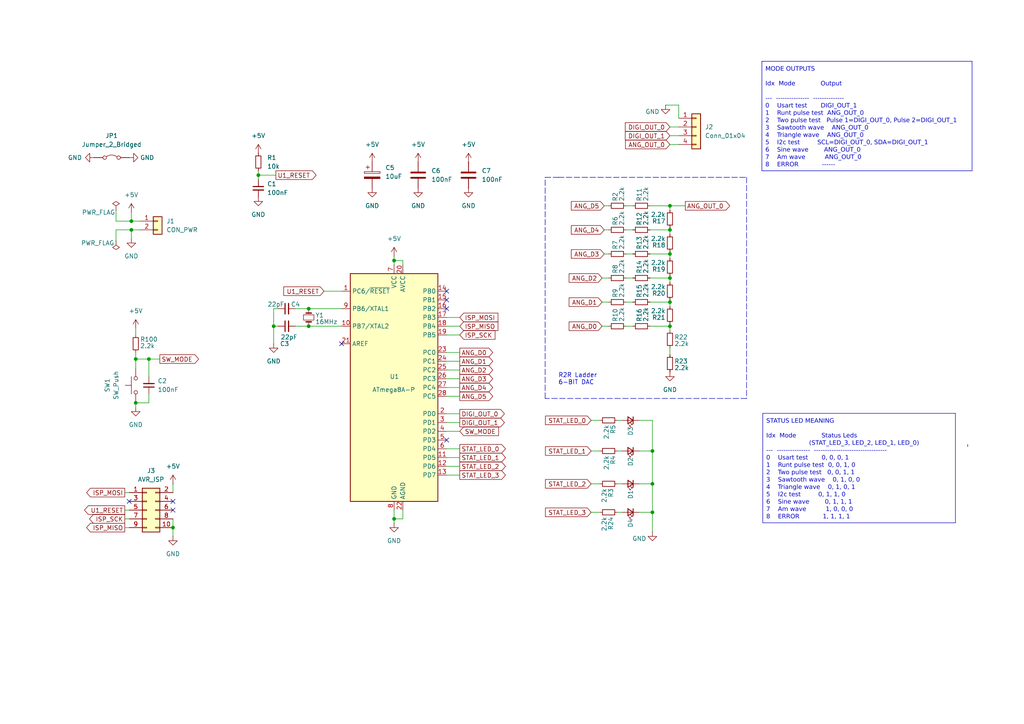
<source format=kicad_sch>
(kicad_sch (version 20250114) (generator "eeschema") (generator_version "9.0")
  (paper "A4")
  (title_block (title "signal.echo") (date "2025-09-06") (rev "1") (company "https://github.com/coderarjob/signal.echo") (comment 1 "Microcontroller: Atmega8A") (comment 2 "Demo board to check various oscilloscope features using simple tests "))
  (lib_symbols
    (symbol "Connector_Generic:Conn_01x02" (pin_names (offset 1.016) (hide yes))
      (property "Reference" "J" (at 0 2.54 0))
      (property "Value" "Conn_01x02" (at 0 -5.08 0))
      (symbol "Conn_01x02_1_1"
        (rectangle (start -1.27 1.27) (end 1.27 -3.81) (stroke (width 0.254)) (fill (type background)))
        (rectangle (start -1.27 0.127) (end 0 -0.127) (stroke (width 0.1524)))
        (rectangle (start -1.27 -2.413) (end 0 -2.667) (stroke (width 0.1524)))
        (pin passive line (at -5.08 0 0) (length 3.81) (name "Pin_1") (number "1"))
        (pin passive line (at -5.08 -2.54 0) (length 3.81) (name "Pin_2") (number "2"))
      )
    )
    (symbol "Connector_Generic:Conn_01x04" (pin_names (offset 1.016) (hide yes))
      (property "Reference" "J" (at 0 5.08 0))
      (property "Value" "Conn_01x04" (at 0 -7.62 0))
      (symbol "Conn_01x04_1_1"
        (rectangle (start -1.27 3.81) (end 1.27 -6.35) (stroke (width 0.254)) (fill (type background)))
        (rectangle (start -1.27 2.667) (end 0 2.413) (stroke (width 0.1524)))
        (rectangle (start -1.27 0.127) (end 0 -0.127) (stroke (width 0.1524)))
        (rectangle (start -1.27 -2.413) (end 0 -2.667) (stroke (width 0.1524)))
        (rectangle (start -1.27 -4.953) (end 0 -5.207) (stroke (width 0.1524)))
        (pin passive line (at -5.08 2.54 0) (length 3.81) (name "Pin_1") (number "1"))
        (pin passive line (at -5.08 0 0) (length 3.81) (name "Pin_2") (number "2"))
        (pin passive line (at -5.08 -2.54 0) (length 3.81) (name "Pin_3") (number "3"))
        (pin passive line (at -5.08 -5.08 0) (length 3.81) (name "Pin_4") (number "4"))
      )
    )
    (symbol "Connector_Generic:Conn_02x05_Odd_Even" (pin_names (offset 1.016) (hide yes))
      (property "Reference" "J" (at 1.27 7.62 0))
      (property "Value" "Conn_02x05_Odd_Even" (at 1.27 -7.62 0))
      (symbol "Conn_02x05_Odd_Even_1_1"
        (rectangle (start -1.27 6.35) (end 3.81 -6.35) (stroke (width 0.254)) (fill (type background)))
        (rectangle (start -1.27 5.207) (end 0 4.953) (stroke (width 0.1524)))
        (rectangle (start -1.27 2.667) (end 0 2.413) (stroke (width 0.1524)))
        (rectangle (start -1.27 0.127) (end 0 -0.127) (stroke (width 0.1524)))
        (rectangle (start -1.27 -2.413) (end 0 -2.667) (stroke (width 0.1524)))
        (rectangle (start -1.27 -4.953) (end 0 -5.207) (stroke (width 0.1524)))
        (rectangle (start 3.81 5.207) (end 2.54 4.953) (stroke (width 0.1524)))
        (rectangle (start 3.81 2.667) (end 2.54 2.413) (stroke (width 0.1524)))
        (rectangle (start 3.81 0.127) (end 2.54 -0.127) (stroke (width 0.1524)))
        (rectangle (start 3.81 -2.413) (end 2.54 -2.667) (stroke (width 0.1524)))
        (rectangle (start 3.81 -4.953) (end 2.54 -5.207) (stroke (width 0.1524)))
        (pin passive line (at -5.08 5.08 0) (length 3.81) (name "Pin_1") (number "1"))
        (pin passive line (at -5.08 2.54 0) (length 3.81) (name "Pin_3") (number "3"))
        (pin passive line (at -5.08 0 0) (length 3.81) (name "Pin_5") (number "5"))
        (pin passive line (at -5.08 -2.54 0) (length 3.81) (name "Pin_7") (number "7"))
        (pin passive line (at -5.08 -5.08 0) (length 3.81) (name "Pin_9") (number "9"))
        (pin passive line (at 7.62 5.08 180) (length 3.81) (name "Pin_2") (number "2"))
        (pin passive line (at 7.62 2.54 180) (length 3.81) (name "Pin_4") (number "4"))
        (pin passive line (at 7.62 0 180) (length 3.81) (name "Pin_6") (number "6"))
        (pin passive line (at 7.62 -2.54 180) (length 3.81) (name "Pin_8") (number "8"))
        (pin passive line (at 7.62 -5.08 180) (length 3.81) (name "Pin_10") (number "10"))
      )
    )
    (symbol "Device:C" (pin_numbers (hide yes)) (pin_names (offset 0.254))
      (property "Reference" "C" (at 0.635 2.54 0))
      (property "Value" "C" (at 0.635 -2.54 0))
      (symbol "C_0_1"
        (polyline (pts (xy -2.032 0.762) (xy 2.032 0.762)) (stroke (width 0.508)))
        (polyline (pts (xy -2.032 -0.762) (xy 2.032 -0.762)) (stroke (width 0.508)))
      )
      (symbol "C_1_1"
        (pin passive line (at 0 3.81 270) (length 2.794) (name "~") (number "1"))
        (pin passive line (at 0 -3.81 90) (length 2.794) (name "~") (number "2"))
      )
    )
    (symbol "Device:C_Polarized" (pin_numbers (hide yes)) (pin_names (offset 0.254))
      (property "Reference" "C" (at 0.635 2.54 0))
      (property "Value" "C_Polarized" (at 0.635 -2.54 0))
      (symbol "C_Polarized_0_1"
        (rectangle (start -2.286 0.508) (end 2.286 1.016))
        (polyline (pts (xy -1.778 2.286) (xy -0.762 2.286)))
        (polyline (pts (xy -1.27 2.794) (xy -1.27 1.778)))
        (rectangle (start 2.286 -0.508) (end -2.286 -1.016) (fill (type outline)))
      )
      (symbol "C_Polarized_1_1"
        (pin passive line (at 0 3.81 270) (length 2.794) (name "~") (number "1"))
        (pin passive line (at 0 -3.81 90) (length 2.794) (name "~") (number "2"))
      )
    )
    (symbol "Device:C_Small" (pin_numbers (hide yes)) (pin_names (offset 0.254) (hide yes))
      (property "Reference" "C" (at 0.254 1.778 0))
      (property "Value" "C_Small" (at 0.254 -2.032 0))
      (symbol "C_Small_0_1"
        (polyline (pts (xy -1.524 0.508) (xy 1.524 0.508)) (stroke (width 0.3048)))
        (polyline (pts (xy -1.524 -0.508) (xy 1.524 -0.508)) (stroke (width 0.3302)))
      )
      (symbol "C_Small_1_1"
        (pin passive line (at 0 2.54 270) (length 2.032) (name "~") (number "1"))
        (pin passive line (at 0 -2.54 90) (length 2.032) (name "~") (number "2"))
      )
    )
    (symbol "Device:Crystal_Small" (pin_numbers (hide yes)) (pin_names (offset 1.016) (hide yes))
      (property "Reference" "Y" (at 0 2.54 0))
      (property "Value" "Crystal_Small" (at 0 -2.54 0))
      (symbol "Crystal_Small_0_1"
        (polyline (pts (xy -1.27 -0.762) (xy -1.27 0.762)) (stroke (width 0.381)))
        (rectangle (start -0.762 -1.524) (end 0.762 1.524))
        (polyline (pts (xy 1.27 -0.762) (xy 1.27 0.762)) (stroke (width 0.381)))
      )
      (symbol "Crystal_Small_1_1"
        (pin passive line (at -2.54 0 0) (length 1.27) (name "1") (number "1"))
        (pin passive line (at 2.54 0 180) (length 1.27) (name "2") (number "2"))
      )
    )
    (symbol "Device:LED_Small" (pin_numbers (hide yes)) (pin_names (offset 0.254) (hide yes))
      (property "Reference" "D" (at -1.27 3.175 0))
      (property "Value" "LED_Small" (at -4.445 -2.54 0))
      (symbol "LED_Small_0_1"
        (polyline (pts (xy -0.762 -1.016) (xy -0.762 1.016)) (stroke (width 0.254)))
        (polyline (pts (xy 0 0.762) (xy -0.508 1.27) (xy -0.254 1.27) (xy -0.508 1.27) (xy -0.508 1.016)))
        (polyline (pts (xy 0.508 1.27) (xy 0 1.778) (xy 0.254 1.778) (xy 0 1.778) (xy 0 1.524)))
        (polyline (pts (xy 0.762 -1.016) (xy -0.762 0) (xy 0.762 1.016) (xy 0.762 -1.016)) (stroke (width 0.254)))
        (polyline (pts (xy 1.016 0) (xy -0.762 0)))
      )
      (symbol "LED_Small_1_1"
        (pin passive line (at -2.54 0 0) (length 1.778) (name "K") (number "1"))
        (pin passive line (at 2.54 0 180) (length 1.778) (name "A") (number "2"))
      )
    )
    (symbol "Device:R_Small" (pin_numbers (hide yes)) (pin_names (offset 0.254) (hide yes))
      (property "Reference" "R" (at 0 0 90))
      (property "Value" "R_Small" (at 1.778 0 90))
      (symbol "R_Small_0_1"
        (rectangle (start -0.762 1.778) (end 0.762 -1.778) (stroke (width 0.2032)))
      )
      (symbol "R_Small_1_1"
        (pin passive line (at 0 2.54 270) (length 0.762) (name "~") (number "1"))
        (pin passive line (at 0 -2.54 90) (length 0.762) (name "~") (number "2"))
      )
    )
    (symbol "Jumper:Jumper_2_Bridged" (pin_numbers (hide yes)) (pin_names (offset 0) (hide yes))
      (property "Reference" "JP" (at 0 1.905 0))
      (property "Value" "Jumper_2_Bridged" (at 0 -2.54 0))
      (symbol "Jumper_2_Bridged_0_0"
        (circle (center -2.032 0) (radius 0.508))
        (circle (center 2.032 0) (radius 0.508))
      )
      (symbol "Jumper_2_Bridged_0_1"
        (arc (start -1.524 0.254) (mid 0 0.762) (end 1.524 0.254))
      )
      (symbol "Jumper_2_Bridged_1_1"
        (pin passive line (at -5.08 0 0) (length 2.54) (name "A") (number "1"))
        (pin passive line (at 5.08 0 180) (length 2.54) (name "B") (number "2"))
      )
    )
    (symbol "MCU_Microchip_ATmega:ATmega8A-P"
      (property "Reference" "U" (at -12.7 34.29 0))
      (property "Value" "ATmega8A-P" (at 5.08 -34.29 0))
      (symbol "ATmega8A-P_0_1"
        (rectangle (start -12.7 -33.02) (end 12.7 33.02) (stroke (width 0.254)) (fill (type background)))
      )
      (symbol "ATmega8A-P_1_1"
        (pin bidirectional line (at -15.24 27.94 0) (length 2.54) (name "PC6/~{RESET}") (number "1"))
        (pin bidirectional line (at -15.24 22.86 0) (length 2.54) (name "PB6/XTAL1") (number "9"))
        (pin bidirectional line (at -15.24 17.78 0) (length 2.54) (name "PB7/XTAL2") (number "10"))
        (pin passive line (at -15.24 12.7 0) (length 2.54) (name "AREF") (number "21"))
        (pin power_in line (at 0 35.56 270) (length 2.54) (name "VCC") (number "7"))
        (pin power_in line (at 0 -35.56 90) (length 2.54) (name "GND") (number "8"))
        (pin power_in line (at 2.54 35.56 270) (length 2.54) (name "AVCC") (number "20"))
        (pin power_in line (at 2.54 -35.56 90) (length 2.54) (name "AGND") (number "22"))
        (pin bidirectional line (at 15.24 27.94 180) (length 2.54) (name "PB0") (number "14"))
        (pin bidirectional line (at 15.24 25.4 180) (length 2.54) (name "PB1") (number "15"))
        (pin bidirectional line (at 15.24 22.86 180) (length 2.54) (name "PB2") (number "16"))
        (pin bidirectional line (at 15.24 20.32 180) (length 2.54) (name "PB3") (number "17"))
        (pin bidirectional line (at 15.24 17.78 180) (length 2.54) (name "PB4") (number "18"))
        (pin bidirectional line (at 15.24 15.24 180) (length 2.54) (name "PB5") (number "19"))
        (pin bidirectional line (at 15.24 10.16 180) (length 2.54) (name "PC0") (number "23"))
        (pin bidirectional line (at 15.24 7.62 180) (length 2.54) (name "PC1") (number "24"))
        (pin bidirectional line (at 15.24 5.08 180) (length 2.54) (name "PC2") (number "25"))
        (pin bidirectional line (at 15.24 2.54 180) (length 2.54) (name "PC3") (number "26"))
        (pin bidirectional line (at 15.24 0 180) (length 2.54) (name "PC4") (number "27"))
        (pin bidirectional line (at 15.24 -2.54 180) (length 2.54) (name "PC5") (number "28"))
        (pin bidirectional line (at 15.24 -7.62 180) (length 2.54) (name "PD0") (number "2"))
        (pin bidirectional line (at 15.24 -10.16 180) (length 2.54) (name "PD1") (number "3"))
        (pin bidirectional line (at 15.24 -12.7 180) (length 2.54) (name "PD2") (number "4"))
        (pin bidirectional line (at 15.24 -15.24 180) (length 2.54) (name "PD3") (number "5"))
        (pin bidirectional line (at 15.24 -17.78 180) (length 2.54) (name "PD4") (number "6"))
        (pin bidirectional line (at 15.24 -20.32 180) (length 2.54) (name "PD5") (number "11"))
        (pin bidirectional line (at 15.24 -22.86 180) (length 2.54) (name "PD6") (number "12"))
        (pin bidirectional line (at 15.24 -25.4 180) (length 2.54) (name "PD7") (number "13"))
      )
    )
    (symbol "Switch:SW_Push" (pin_numbers (hide yes)) (pin_names (offset 1.016) (hide yes))
      (property "Reference" "SW" (at 1.27 2.54 0))
      (property "Value" "SW_Push" (at 0 -1.524 0))
      (symbol "SW_Push_0_1"
        (circle (center -2.032 0) (radius 0.508))
        (polyline (pts (xy 0 1.27) (xy 0 3.048)))
        (circle (center 2.032 0) (radius 0.508))
        (polyline (pts (xy 2.54 1.27) (xy -2.54 1.27)))
        (pin passive line (at -5.08 0 0) (length 2.54) (name "1") (number "1"))
        (pin passive line (at 5.08 0 180) (length 2.54) (name "2") (number "2"))
      )
    )
    (symbol "power:+5V" (power) (pin_numbers (hide yes)) (pin_names (offset 0) (hide yes))
      (property "Value" "+5V" (at 0 3.556 0))
      (symbol "+5V_0_1"
        (polyline (pts (xy -0.762 1.27) (xy 0 2.54)))
        (polyline (pts (xy 0 2.54) (xy 0.762 1.27)))
        (polyline (pts (xy 0 0) (xy 0 2.54)))
      )
      (symbol "+5V_1_1"
        (pin power_in line (at 0 0 90) (length 0) (name "~") (number "1"))
      )
    )
    (symbol "power:GND" (power) (pin_numbers (hide yes)) (pin_names (offset 0) (hide yes))
      (property "Value" "GND" (at 0 -3.81 0))
      (symbol "GND_0_1"
        (polyline (pts (xy 0 0) (xy 0 -1.27) (xy 1.27 -1.27) (xy 0 -2.54) (xy -1.27 -1.27) (xy 0 -1.27)))
      )
      (symbol "GND_1_1"
        (pin power_in line (at 0 0 270) (length 0) (name "~") (number "1"))
      )
    )
    (symbol "power:PWR_FLAG" (power) (pin_numbers (hide yes)) (pin_names (offset 0) (hide yes))
      (property "Value" "PWR_FLAG" (at 0 3.81 0))
      (symbol "PWR_FLAG_0_0"
        (pin power_out line (at 0 0 90) (length 0) (name "~") (number "1"))
      )
      (symbol "PWR_FLAG_0_1"
        (polyline (pts (xy 0 0) (xy 0 1.27) (xy -1.016 1.905) (xy 0 2.54) (xy 1.016 1.905) (xy 0 1.27)))
      )
    )
  )
  (bus_alias "LED_STATUS" (members "LED_STATUS_0" "LED_STATUS_1" "LED_STATUS_2"))
  (text "R2R Ladder\n6-BIT DAC" (at 161.925 111.76 0) (effects (font (size 1.27 1.27)) (justify left bottom)))
  (text "MODE OUTPUTS\n\nIdx  Mode             Output               \n                                           \n---  ---------------  --------------       \n0    Usart test       DIGI_OUT_1           \n1    Runt pulse test  ANG_OUT_0            \n2    Two pulse test   Pulse 1=DIGI_OUT_0, Pulse 2=DIGI_OUT_1\n3    Sawtooth wave    ANG_OUT_0            \n4    Triangle wave    ANG_OUT_0            \n5    I2c test         SCL=DIGI_OUT_0, SDA=DIGI_OUT_1  \n6    Sine wave        ANG_OUT_0            \n7    Am wave          ANG_OUT_0            \n8    ERROR            ------               \n" (exclude_from_sim yes) (at 221.996 49.022 0) (effects (font (size 1.27 1.27)) (justify left bottom)))
  (text "STATUS LED MEANING\n\nIdx  Mode             Status Leds                      \n                      (STAT_LED_3, LED_2, LED_1, LED_0)\n---  ---------------  ---------------------------------\n0    Usart test       0, 0, 0, 1                       \n1    Runt pulse test  0, 0, 1, 0                       \n2    Two pulse test   0, 0, 1, 1                       \n3    Sawtooth wave    0, 1, 0, 0                       \n4    Triangle wave    0, 1, 0, 1                       \n5    I2c test         0, 1, 1, 0                       \n6    Sine wave        0, 1, 1, 1                       \n7    Am wave          1, 0, 0, 0                       \n8    ERROR            1, 1, 1, 1                       \n" (exclude_from_sim yes) (at 222.25 151.13 0) (effects (font (size 1.27 1.27)) (justify left bottom)))
  (junction (at 194.31 73.66))
  (junction (at 43.18 104.14))
  (junction (at 194.31 94.615))
  (junction (at 79.375 94.615))
  (junction (at 38.1 66.675))
  (junction (at 39.37 116.84))
  (junction (at 50.165 153.035))
  (junction (at 194.31 87.63))
  (junction (at 194.31 80.645))
  (junction (at 194.31 66.675))
  (junction (at 114.3 150.495))
  (junction (at 38.1 64.135))
  (junction (at 114.3 75.565))
  (junction (at 189.23 130.81))
  (junction (at 74.93 50.8))
  (junction (at 89.535 94.615))
  (junction (at 89.535 89.535))
  (junction (at 194.31 59.69))
  (junction (at 189.23 148.59))
  (junction (at 189.23 140.335))
  (junction (at 39.37 104.14))
  (no_connect (at 129.54 86.995))
  (no_connect (at 129.54 84.455))
  (no_connect (at 50.165 147.955))
  (no_connect (at 99.06 99.695))
  (no_connect (at 37.465 145.415))
  (no_connect (at 129.54 89.535))
  (no_connect (at 129.54 127.635))
  (no_connect (at 50.165 145.415))
  (wire (pts (xy 194.31 94.615) (xy 194.31 95.885)))
  (wire (pts (xy 188.595 80.645) (xy 194.31 80.645)))
  (polyline (pts (xy 277.114 119.888) (xy 221.234 119.888)) (stroke (width 0) (type solid)))
  (wire (pts (xy 93.98 84.455) (xy 99.06 84.455)))
  (wire (pts (xy 129.54 104.775) (xy 133.35 104.775)))
  (wire (pts (xy 194.31 87.63) (xy 194.31 86.995)))
  (wire (pts (xy 189.23 148.59) (xy 189.23 154.305)))
  (wire (pts (xy 39.37 104.14) (xy 39.37 106.68)))
  (wire (pts (xy 129.54 109.855) (xy 133.35 109.855)))
  (wire (pts (xy 174.625 87.63) (xy 176.53 87.63)))
  (wire (pts (xy 181.61 87.63) (xy 183.515 87.63)))
  (polyline (pts (xy 216.535 115.57) (xy 158.115 115.57)) (stroke (width 0) (type dash)))
  (wire (pts (xy 171.45 121.92) (xy 173.99 121.92)))
  (wire (pts (xy 85.725 94.615) (xy 89.535 94.615)))
  (wire (pts (xy 50.165 150.495) (xy 50.165 153.035)))
  (polyline (pts (xy 220.98 49.53) (xy 281.94 49.53)) (stroke (width 0) (type solid)))
  (wire (pts (xy 114.3 150.495) (xy 114.3 151.765)))
  (wire (pts (xy 181.61 59.69) (xy 183.515 59.69)))
  (wire (pts (xy 114.3 75.565) (xy 114.3 76.835)))
  (wire (pts (xy 74.93 50.8) (xy 80.01 50.8)))
  (wire (pts (xy 194.31 74.93) (xy 194.31 73.66)))
  (wire (pts (xy 74.93 50.8) (xy 74.93 52.07)))
  (wire (pts (xy 194.31 81.915) (xy 194.31 80.645)))
  (wire (pts (xy 180.34 140.335) (xy 179.07 140.335)))
  (wire (pts (xy 39.37 102.235) (xy 39.37 104.14)))
  (wire (pts (xy 194.31 80.645) (xy 194.31 80.01)))
  (wire (pts (xy 43.18 109.22) (xy 43.18 104.14)))
  (wire (pts (xy 171.45 148.59) (xy 173.99 148.59)))
  (wire (pts (xy 189.23 140.335) (xy 189.23 148.59)))
  (wire (pts (xy 194.31 39.37) (xy 196.85 39.37)))
  (wire (pts (xy 114.3 74.295) (xy 114.3 75.565)))
  (wire (pts (xy 116.84 76.835) (xy 116.84 75.565)))
  (wire (pts (xy 40.64 66.675) (xy 38.1 66.675)))
  (wire (pts (xy 43.18 114.3) (xy 43.18 116.84)))
  (wire (pts (xy 181.61 94.615) (xy 183.515 94.615)))
  (wire (pts (xy 43.18 116.84) (xy 39.37 116.84)))
  (wire (pts (xy 33.655 64.135) (xy 38.1 64.135)))
  (wire (pts (xy 188.595 94.615) (xy 194.31 94.615)))
  (wire (pts (xy 194.31 100.965) (xy 194.31 102.87)))
  (wire (pts (xy 185.42 130.81) (xy 189.23 130.81)))
  (wire (pts (xy 193.04 30.48) (xy 196.85 30.48)))
  (wire (pts (xy 79.375 89.535) (xy 79.375 94.615)))
  (wire (pts (xy 89.535 94.615) (xy 99.06 94.615)))
  (wire (pts (xy 171.45 130.81) (xy 173.99 130.81)))
  (wire (pts (xy 181.61 73.66) (xy 183.515 73.66)))
  (wire (pts (xy 79.375 99.695) (xy 79.375 94.615)))
  (wire (pts (xy 188.595 87.63) (xy 194.31 87.63)))
  (wire (pts (xy 36.195 142.875) (xy 37.465 142.875)))
  (wire (pts (xy 194.31 60.96) (xy 194.31 59.69)))
  (wire (pts (xy 36.195 150.495) (xy 37.465 150.495)))
  (wire (pts (xy 89.535 89.535) (xy 99.06 89.535)))
  (wire (pts (xy 180.34 148.59) (xy 179.07 148.59)))
  (wire (pts (xy 38.1 66.675) (xy 38.1 69.215)))
  (polyline (pts (xy 281.94 17.78) (xy 220.98 17.78)) (stroke (width 0) (type solid)))
  (wire (pts (xy 129.54 137.795) (xy 133.35 137.795)))
  (wire (pts (xy 175.26 73.66) (xy 176.53 73.66)))
  (wire (pts (xy 129.54 130.175) (xy 133.35 130.175)))
  (wire (pts (xy 116.84 147.955) (xy 116.84 150.495)))
  (wire (pts (xy 129.54 135.255) (xy 133.35 135.255)))
  (wire (pts (xy 114.3 75.565) (xy 116.84 75.565)))
  (wire (pts (xy 38.1 61.595) (xy 38.1 64.135)))
  (wire (pts (xy 194.31 59.69) (xy 198.755 59.69)))
  (wire (pts (xy 180.34 121.92) (xy 179.07 121.92)))
  (wire (pts (xy 33.655 60.96) (xy 33.655 64.135)))
  (wire (pts (xy 175.26 66.675) (xy 176.53 66.675)))
  (wire (pts (xy 129.54 102.235) (xy 133.35 102.235)))
  (wire (pts (xy 85.725 89.535) (xy 89.535 89.535)))
  (wire (pts (xy 181.61 80.645) (xy 183.515 80.645)))
  (polyline (pts (xy 220.98 17.78) (xy 220.98 49.53)) (stroke (width 0) (type solid)))
  (wire (pts (xy 43.18 104.14) (xy 46.355 104.14)))
  (wire (pts (xy 129.54 112.395) (xy 133.35 112.395)))
  (wire (pts (xy 39.37 104.14) (xy 43.18 104.14)))
  (wire (pts (xy 185.42 148.59) (xy 189.23 148.59)))
  (wire (pts (xy 50.165 153.035) (xy 50.165 155.575)))
  (wire (pts (xy 181.61 66.675) (xy 183.515 66.675)))
  (wire (pts (xy 129.54 125.095) (xy 133.35 125.095)))
  (wire (pts (xy 185.42 140.335) (xy 189.23 140.335)))
  (polyline (pts (xy 158.115 51.435) (xy 162.56 51.435)) (stroke (width 0) (type dash)))
  (polyline (pts (xy 221.234 119.888) (xy 221.234 151.638)) (stroke (width 0) (type solid)))
  (wire (pts (xy 36.195 147.955) (xy 37.465 147.955)))
  (wire (pts (xy 36.195 153.035) (xy 37.465 153.035)))
  (wire (pts (xy 175.26 59.69) (xy 176.53 59.69)))
  (polyline (pts (xy 280.67 129.54) (xy 280.67 128.905)) (stroke (width 0) (type dash)))
  (wire (pts (xy 33.655 69.85) (xy 33.655 66.675)))
  (wire (pts (xy 114.3 150.495) (xy 116.84 150.495)))
  (wire (pts (xy 79.375 94.615) (xy 80.645 94.615)))
  (wire (pts (xy 174.625 94.615) (xy 176.53 94.615)))
  (wire (pts (xy 194.31 94.615) (xy 194.31 93.98)))
  (polyline (pts (xy 277.114 151.638) (xy 277.114 119.888)) (stroke (width 0) (type solid)))
  (polyline (pts (xy 216.535 51.435) (xy 216.535 115.57)) (stroke (width 0) (type dash)))
  (wire (pts (xy 129.54 107.315) (xy 133.35 107.315)))
  (wire (pts (xy 129.54 132.715) (xy 133.35 132.715)))
  (wire (pts (xy 188.595 59.69) (xy 194.31 59.69)))
  (wire (pts (xy 189.23 140.335) (xy 189.23 130.81)))
  (wire (pts (xy 129.54 122.555) (xy 133.35 122.555)))
  (wire (pts (xy 194.31 36.83) (xy 196.85 36.83)))
  (wire (pts (xy 188.595 66.675) (xy 194.31 66.675)))
  (wire (pts (xy 74.93 49.53) (xy 74.93 50.8)))
  (wire (pts (xy 39.37 116.84) (xy 39.37 118.11)))
  (polyline (pts (xy 161.925 51.435) (xy 216.535 51.435)) (stroke (width 0) (type dash)))
  (wire (pts (xy 194.31 41.91) (xy 196.85 41.91)))
  (wire (pts (xy 114.3 147.955) (xy 114.3 150.495)))
  (wire (pts (xy 129.54 120.015) (xy 133.35 120.015)))
  (wire (pts (xy 129.54 94.615) (xy 133.35 94.615)))
  (wire (pts (xy 174.625 80.645) (xy 176.53 80.645)))
  (wire (pts (xy 129.54 114.935) (xy 133.35 114.935)))
  (wire (pts (xy 188.595 73.66) (xy 194.31 73.66)))
  (wire (pts (xy 194.31 67.945) (xy 194.31 66.675)))
  (wire (pts (xy 194.31 88.9) (xy 194.31 87.63)))
  (wire (pts (xy 39.37 95.25) (xy 39.37 97.155)))
  (wire (pts (xy 33.655 66.675) (xy 38.1 66.675)))
  (wire (pts (xy 194.31 73.66) (xy 194.31 73.025)))
  (wire (pts (xy 129.54 97.155) (xy 133.35 97.155)))
  (wire (pts (xy 196.85 30.48) (xy 196.85 34.29)))
  (wire (pts (xy 80.645 89.535) (xy 79.375 89.535)))
  (wire (pts (xy 50.165 140.335) (xy 50.165 142.875)))
  (wire (pts (xy 180.34 130.81) (xy 179.07 130.81)))
  (polyline (pts (xy 281.94 49.53) (xy 281.94 17.78)) (stroke (width 0) (type solid)))
  (wire (pts (xy 189.23 130.81) (xy 189.23 121.92)))
  (polyline (pts (xy 158.115 115.57) (xy 158.115 51.435)) (stroke (width 0) (type dash)))
  (polyline (pts (xy 221.234 151.638) (xy 277.114 151.638)) (stroke (width 0) (type solid)))
  (wire (pts (xy 171.45 140.335) (xy 173.99 140.335)))
  (wire (pts (xy 185.42 121.92) (xy 189.23 121.92)))
  (wire (pts (xy 129.54 92.075) (xy 133.35 92.075)))
  (wire (pts (xy 194.31 66.675) (xy 194.31 66.04)))
  (wire (pts (xy 40.64 64.135) (xy 38.1 64.135)))
  (global_label "STAT_LED_1" (shape output) (at 133.35 132.715 0) (property "Intersheetrefs" "${INTERSHEET_REFS}" (effects (hide yes))))
  (global_label "DIGI_OUT_0" (shape output) (at 133.35 120.015 0) (property "Intersheetrefs" "${INTERSHEET_REFS}" (effects (hide yes))))
  (global_label "U1_RESET" (shape output) (at 80.01 50.8 0) (property "Intersheetrefs" "${INTERSHEET_REFS}" (effects (hide yes))))
  (global_label "STAT_LED_2" (shape input) (at 171.45 140.335 180) (property "Intersheetrefs" "${INTERSHEET_REFS}" (effects (hide yes))))
  (global_label "ANG_OUT_0" (shape output) (at 198.755 59.69 0) (property "Intersheetrefs" "${INTERSHEET_REFS}" (effects (hide yes))))
  (global_label "ANG_D1" (shape output) (at 133.35 104.775 0) (property "Intersheetrefs" "${INTERSHEET_REFS}" (effects (hide yes))))
  (global_label "ISP_MISO" (shape output) (at 36.195 153.035 180) (property "Intersheetrefs" "${INTERSHEET_REFS}" (effects (hide yes))))
  (global_label "ISP_MOSI" (shape input) (at 133.35 92.075 0) (property "Intersheetrefs" "${INTERSHEET_REFS}" (effects (hide yes))))
  (global_label "ANG_D5" (shape output) (at 133.35 114.935 0) (property "Intersheetrefs" "${INTERSHEET_REFS}" (effects (hide yes))))
  (global_label "ISP_MISO" (shape input) (at 133.35 94.615 0) (property "Intersheetrefs" "${INTERSHEET_REFS}" (effects (hide yes))))
  (global_label "ANG_D3" (shape input) (at 175.26 73.66 180) (property "Intersheetrefs" "${INTERSHEET_REFS}" (effects (hide yes))))
  (global_label "ANG_D2" (shape output) (at 133.35 107.315 0) (property "Intersheetrefs" "${INTERSHEET_REFS}" (effects (hide yes))))
  (global_label "STAT_LED_3" (shape input) (at 171.45 148.59 180) (property "Intersheetrefs" "${INTERSHEET_REFS}" (effects (hide yes))))
  (global_label "SW_MODE" (shape input) (at 133.35 125.095 0) (property "Intersheetrefs" "${INTERSHEET_REFS}" (effects (hide yes))))
  (global_label "ISP_MOSI" (shape output) (at 36.195 142.875 180) (property "Intersheetrefs" "${INTERSHEET_REFS}" (effects (hide yes))))
  (global_label "ANG_D5" (shape input) (at 175.26 59.69 180) (property "Intersheetrefs" "${INTERSHEET_REFS}" (effects (hide yes))))
  (global_label "STAT_LED_2" (shape output) (at 133.35 135.255 0) (property "Intersheetrefs" "${INTERSHEET_REFS}" (effects (hide yes))))
  (global_label "U1_RESET" (shape input) (at 93.98 84.455 180) (property "Intersheetrefs" "${INTERSHEET_REFS}" (effects (hide yes))))
  (global_label "ANG_D0" (shape output) (at 133.35 102.235 0) (property "Intersheetrefs" "${INTERSHEET_REFS}" (effects (hide yes))))
  (global_label "ANG_OUT_0" (shape input) (at 194.31 41.91 180) (property "Intersheetrefs" "${INTERSHEET_REFS}" (effects (hide yes))))
  (global_label "DIGI_OUT_1" (shape output) (at 133.35 122.555 0) (property "Intersheetrefs" "${INTERSHEET_REFS}" (effects (hide yes))))
  (global_label "STAT_LED_0" (shape input) (at 171.45 121.92 180) (property "Intersheetrefs" "${INTERSHEET_REFS}" (effects (hide yes))))
  (global_label "STAT_LED_0" (shape output) (at 133.35 130.175 0) (property "Intersheetrefs" "${INTERSHEET_REFS}" (effects (hide yes))))
  (global_label "ANG_D1" (shape input) (at 174.625 87.63 180) (property "Intersheetrefs" "${INTERSHEET_REFS}" (effects (hide yes))))
  (global_label "DIGI_OUT_0" (shape input) (at 194.31 36.83 180) (property "Intersheetrefs" "${INTERSHEET_REFS}" (effects (hide yes))))
  (global_label "DIGI_OUT_1" (shape input) (at 194.31 39.37 180) (property "Intersheetrefs" "${INTERSHEET_REFS}" (effects (hide yes))))
  (global_label "STAT_LED_1" (shape input) (at 171.45 130.81 180) (property "Intersheetrefs" "${INTERSHEET_REFS}" (effects (hide yes))))
  (global_label "ANG_D2" (shape input) (at 174.625 80.645 180) (property "Intersheetrefs" "${INTERSHEET_REFS}" (effects (hide yes))))
  (global_label "ISP_SCK" (shape output) (at 36.195 150.495 180) (property "Intersheetrefs" "${INTERSHEET_REFS}" (effects (hide yes))))
  (global_label "ISP_SCK" (shape input) (at 133.35 97.155 0) (property "Intersheetrefs" "${INTERSHEET_REFS}" (effects (hide yes))))
  (global_label "STAT_LED_3" (shape output) (at 133.35 137.795 0) (property "Intersheetrefs" "${INTERSHEET_REFS}" (effects (hide yes))))
  (global_label "ANG_D4" (shape output) (at 133.35 112.395 0) (property "Intersheetrefs" "${INTERSHEET_REFS}" (effects (hide yes))))
  (global_label "ANG_D3" (shape output) (at 133.35 109.855 0) (property "Intersheetrefs" "${INTERSHEET_REFS}" (effects (hide yes))))
  (global_label "ANG_D0" (shape input) (at 174.625 94.615 180) (property "Intersheetrefs" "${INTERSHEET_REFS}" (effects (hide yes))))
  (global_label "U1_RESET" (shape output) (at 36.195 147.955 180) (property "Intersheetrefs" "${INTERSHEET_REFS}" (effects (hide yes))))
  (global_label "ANG_D4" (shape input) (at 175.26 66.675 180) (property "Intersheetrefs" "${INTERSHEET_REFS}" (effects (hide yes))))
  (global_label "SW_MODE" (shape output) (at 46.355 104.14 0) (property "Intersheetrefs" "${INTERSHEET_REFS}" (effects (hide yes))))
  (symbol (lib_id "power:+5V") (at 38.1 61.595 0) (unit 1)
    (property "Reference" "#PWR0116" (effects (hide yes)))
    (property "Value" "+5V" (at 38.1 56.515 0))
  )
  (symbol (lib_id "power:+5V") (at 107.95 46.99 0) (unit 1)
    (property "Reference" "#PWR0107" (effects (hide yes)))
    (property "Value" "+5V" (at 107.95 41.91 0))
  )
  (symbol (lib_id "Device:R_Small") (at 176.53 148.59 270) (unit 1)
    (property "Reference" "R24" (at 177.165 149.86 0) (effects (justify left)))
    (property "Value" "2.2k" (at 175.26 149.86 0) (effects (justify left)))
    (property "Footprint" "Resistor_THT:R_Axial_DIN0207_L6.3mm_D2.5mm_P7.62mm_Horizontal" (effects (hide yes)))
  )
  (symbol (lib_id "Device:C") (at 135.89 50.8 0) (unit 1)
    (property "Reference" "C7" (at 139.7 49.5299 0) (effects (justify left)))
    (property "Value" "100nF" (at 139.7 52.0699 0) (effects (justify left)))
    (property "Footprint" "Capacitor_THT:C_Disc_D3.0mm_W1.6mm_P2.50mm" (effects (hide yes)))
  )
  (symbol (lib_id "Device:C_Small") (at 83.185 89.535 90) (unit 1)
    (property "Reference" "C4" (at 85.725 88.265 90))
    (property "Value" "22pF" (at 80.01 88.265 90))
    (property "Footprint" "Capacitor_THT:C_Disc_D3.0mm_W1.6mm_P2.50mm" (effects (hide yes)))
  )
  (symbol (lib_id "Device:R_Small") (at 194.31 63.5 180) (unit 1)
    (property "Reference" "R17" (at 193.04 64.135 0) (effects (justify left)))
    (property "Value" "2.2k" (at 193.04 62.23 0) (effects (justify left)))
    (property "Footprint" "Resistor_THT:R_Axial_DIN0207_L6.3mm_D2.5mm_P7.62mm_Horizontal" (effects (hide yes)))
  )
  (symbol (lib_id "Jumper:Jumper_2_Bridged") (at 32.385 45.72 0) (unit 1)
    (property "Reference" "JP1" (at 32.385 39.37 0))
    (property "Value" "Jumper_2_Bridged" (at 32.385 41.91 0))
    (property "Footprint" "Resistor_THT:R_Axial_DIN0207_L6.3mm_D2.5mm_P7.62mm_Horizontal" (effects (hide yes)))
  )
  (symbol (lib_id "power:GND") (at 193.04 30.48 0) (unit 1)
    (property "Reference" "#PWR01" (effects (hide yes)))
    (property "Value" "GND" (at 189.23 32.385 0))
  )
  (symbol (lib_id "Device:R_Small") (at 179.07 80.645 90) (unit 1)
    (property "Reference" "R8" (at 178.435 79.375 0) (effects (justify left)))
    (property "Value" "2.2k" (at 180.34 79.375 0) (effects (justify left)))
    (property "Footprint" "Resistor_THT:R_Axial_DIN0207_L6.3mm_D2.5mm_P7.62mm_Horizontal" (effects (hide yes)))
  )
  (symbol (lib_id "power:GND") (at 135.89 54.61 0) (unit 1)
    (property "Reference" "#PWR04" (effects (hide yes)))
    (property "Value" "GND" (at 135.89 59.69 0))
  )
  (symbol (lib_id "Device:R_Small") (at 179.07 66.675 90) (unit 1)
    (property "Reference" "R6" (at 178.435 65.405 0) (effects (justify left)))
    (property "Value" "2.2k" (at 180.34 65.405 0) (effects (justify left)))
    (property "Footprint" "Resistor_THT:R_Axial_DIN0207_L6.3mm_D2.5mm_P7.62mm_Horizontal" (effects (hide yes)))
  )
  (symbol (lib_id "Device:R_Small") (at 186.055 80.645 90) (unit 1)
    (property "Reference" "R14" (at 185.42 79.375 0) (effects (justify left)))
    (property "Value" "2.2k" (at 187.325 79.375 0) (effects (justify left)))
    (property "Footprint" "Resistor_THT:R_Axial_DIN0207_L6.3mm_D2.5mm_P7.62mm_Horizontal" (effects (hide yes)))
  )
  (symbol (lib_id "power:+5V") (at 74.93 44.45 0) (unit 1)
    (property "Reference" "#PWR0110" (effects (hide yes)))
    (property "Value" "+5V" (at 74.93 39.37 0))
  )
  (symbol (lib_id "Device:R_Small") (at 176.53 121.92 270) (unit 1)
    (property "Reference" "R5" (at 177.8 123.19 0) (effects (justify left)))
    (property "Value" "2.2k" (at 175.895 123.19 0) (effects (justify left)))
    (property "Footprint" "Resistor_THT:R_Axial_DIN0207_L6.3mm_D2.5mm_P7.62mm_Horizontal" (effects (hide yes)))
  )
  (symbol (lib_id "Connector_Generic:Conn_01x02") (at 45.72 64.135 0) (unit 1)
    (property "Reference" "J1" (at 48.26 64.1349 0) (effects (justify left)))
    (property "Value" "CON_PWR" (at 48.26 66.6749 0) (effects (justify left)))
    (property "Footprint" "Connector_PinHeader_2.54mm:PinHeader_1x02_P2.54mm_Vertical" (effects (hide yes)))
  )
  (symbol (lib_id "Device:R_Small") (at 194.31 77.47 180) (unit 1)
    (property "Reference" "R19" (at 193.04 78.105 0) (effects (justify left)))
    (property "Value" "2.2k" (at 193.04 76.2 0) (effects (justify left)))
    (property "Footprint" "Resistor_THT:R_Axial_DIN0207_L6.3mm_D2.5mm_P7.62mm_Horizontal" (effects (hide yes)))
  )
  (symbol (lib_id "Switch:SW_Push") (at 39.37 111.76 90) (unit 1)
    (property "Reference" "SW1" (at 31.115 111.76 0))
    (property "Value" "SW_Push" (at 33.655 111.76 0))
    (property "Footprint" "Button_Switch_THT:SW_PUSH_6mm_H4.3mm" (effects (hide yes)))
  )
  (symbol (lib_id "Device:Crystal_Small") (at 89.535 92.075 270) (unit 1)
    (property "Reference" "Y1" (at 91.44 91.44 90) (effects (justify left)))
    (property "Value" "16MHz" (at 91.44 93.345 90) (effects (justify left)))
    (property "Footprint" "Crystal:Crystal_HC49-4H_Vertical" (effects (hide yes)))
  )
  (symbol (lib_id "power:+5V") (at 114.3 74.295 0) (unit 1)
    (property "Reference" "#PWR0103" (effects (hide yes)))
    (property "Value" "+5V" (at 114.3 69.215 0))
  )
  (symbol (lib_id "power:GND") (at 27.305 45.72 270) (unit 1)
    (property "Reference" "#PWR0118" (effects (hide yes)))
    (property "Value" "GND" (at 19.685 45.72 90) (effects (justify left)))
  )
  (symbol (lib_id "power:GND") (at 194.31 107.95 0) (unit 1)
    (property "Reference" "#PWR0115" (effects (hide yes)))
    (property "Value" "GND" (at 194.31 113.03 0))
  )
  (symbol (lib_id "power:GND") (at 38.1 69.215 0) (unit 1)
    (property "Reference" "#PWR0111" (effects (hide yes)))
    (property "Value" "GND" (at 38.1 74.295 0))
  )
  (symbol (lib_id "Device:R_Small") (at 186.055 59.69 90) (unit 1)
    (property "Reference" "R11" (at 185.42 58.42 0) (effects (justify left)))
    (property "Value" "2.2k" (at 187.325 58.42 0) (effects (justify left)))
    (property "Footprint" "Resistor_THT:R_Axial_DIN0207_L6.3mm_D2.5mm_P7.62mm_Horizontal" (effects (hide yes)))
  )
  (symbol (lib_id "power:GND") (at 37.465 45.72 90) (unit 1)
    (property "Reference" "#PWR0117" (effects (hide yes)))
    (property "Value" "GND" (at 40.64 45.7199 90) (effects (justify right)))
  )
  (symbol (lib_id "power:+5V") (at 135.89 46.99 0) (unit 1)
    (property "Reference" "#PWR03" (effects (hide yes)))
    (property "Value" "+5V" (at 135.89 41.91 0))
  )
  (symbol (lib_id "Device:R_Small") (at 186.055 94.615 90) (unit 1)
    (property "Reference" "R16" (at 185.42 93.345 0) (effects (justify left)))
    (property "Value" "2.2k" (at 187.325 93.345 0) (effects (justify left)))
    (property "Footprint" "Resistor_THT:R_Axial_DIN0207_L6.3mm_D2.5mm_P7.62mm_Horizontal" (effects (hide yes)))
  )
  (symbol (lib_id "power:+5V") (at 50.165 140.335 0) (unit 1)
    (property "Reference" "#PWR0104" (effects (hide yes)))
    (property "Value" "+5V" (at 50.165 135.255 0))
  )
  (symbol (lib_id "power:GND") (at 189.23 154.305 0) (unit 1)
    (property "Reference" "#PWR0108" (effects (hide yes)))
    (property "Value" "GND" (at 185.42 156.21 0))
  )
  (symbol (lib_id "power:GND") (at 107.95 54.61 0) (unit 1)
    (property "Reference" "#PWR0105" (effects (hide yes)))
    (property "Value" "GND" (at 107.95 59.69 0))
  )
  (symbol (lib_id "Device:R_Small") (at 194.31 84.455 180) (unit 1)
    (property "Reference" "R20" (at 193.04 85.09 0) (effects (justify left)))
    (property "Value" "2.2k" (at 193.04 83.185 0) (effects (justify left)))
    (property "Footprint" "Resistor_THT:R_Axial_DIN0207_L6.3mm_D2.5mm_P7.62mm_Horizontal" (effects (hide yes)))
  )
  (symbol (lib_id "Device:R_Small") (at 194.31 91.44 180) (unit 1)
    (property "Reference" "R21" (at 193.04 92.075 0) (effects (justify left)))
    (property "Value" "2.2k" (at 193.04 90.17 0) (effects (justify left)))
    (property "Footprint" "Resistor_THT:R_Axial_DIN0207_L6.3mm_D2.5mm_P7.62mm_Horizontal" (effects (hide yes)))
  )
  (symbol (lib_id "Device:R_Small") (at 194.31 105.41 0) (unit 1)
    (property "Reference" "R23" (at 195.58 104.775 0) (effects (justify left)))
    (property "Value" "2.2k" (at 195.58 106.68 0) (effects (justify left)))
    (property "Footprint" "Resistor_THT:R_Axial_DIN0207_L6.3mm_D2.5mm_P7.62mm_Horizontal" (effects (hide yes)))
  )
  (symbol (lib_id "Connector_Generic:Conn_02x05_Odd_Even") (at 42.545 147.955 0) (unit 1)
    (property "Reference" "J3" (at 43.815 136.525 0))
    (property "Value" "AVR_ISP" (at 43.815 139.065 0))
    (property "Footprint" "Connector_PinHeader_2.54mm:PinHeader_2x05_P2.54mm_Vertical" (effects (hide yes)))
  )
  (symbol (lib_id "Device:R_Small") (at 194.31 70.485 180) (unit 1)
    (property "Reference" "R18" (at 193.04 71.12 0) (effects (justify left)))
    (property "Value" "2.2k" (at 193.04 69.215 0) (effects (justify left)))
    (property "Footprint" "Resistor_THT:R_Axial_DIN0207_L6.3mm_D2.5mm_P7.62mm_Horizontal" (effects (hide yes)))
  )
  (symbol (lib_id "power:+5V") (at 121.285 46.99 0) (unit 1)
    (property "Reference" "#PWR0109" (effects (hide yes)))
    (property "Value" "+5V" (at 121.285 41.91 0))
  )
  (symbol (lib_id "Device:R_Small") (at 179.07 94.615 90) (unit 1)
    (property "Reference" "R10" (at 178.435 93.345 0) (effects (justify left)))
    (property "Value" "2.2k" (at 180.34 93.345 0) (effects (justify left)))
    (property "Footprint" "Resistor_THT:R_Axial_DIN0207_L6.3mm_D2.5mm_P7.62mm_Horizontal" (effects (hide yes)))
  )
  (symbol (lib_id "Device:R_Small") (at 39.37 99.695 0) (unit 1) (in_bom no) (on_board no)
    (property "Reference" "R100" (at 40.64 98.425 0) (effects (justify left)))
    (property "Value" "2.2k" (at 40.64 100.33 0) (effects (justify left)))
    (property "Footprint" "Resistor_THT:R_Axial_DIN0411_L9.9mm_D3.6mm_P5.08mm_Vertical" (effects (hide yes)))
  )
  (symbol (lib_id "power:GND") (at 114.3 151.765 0) (unit 1)
    (property "Reference" "#PWR0114" (effects (hide yes)))
    (property "Value" "GND" (at 114.3 156.845 0))
  )
  (symbol (lib_id "Device:R_Small") (at 176.53 140.335 270) (unit 1)
    (property "Reference" "R3" (at 177.165 141.605 0) (effects (justify left)))
    (property "Value" "2.2k" (at 175.26 141.605 0) (effects (justify left)))
    (property "Footprint" "Resistor_THT:R_Axial_DIN0207_L6.3mm_D2.5mm_P7.62mm_Horizontal" (effects (hide yes)))
  )
  (symbol (lib_id "Device:R_Small") (at 186.055 66.675 90) (unit 1)
    (property "Reference" "R12" (at 185.42 65.405 0) (effects (justify left)))
    (property "Value" "2.2k" (at 187.325 65.405 0) (effects (justify left)))
    (property "Footprint" "Resistor_THT:R_Axial_DIN0207_L6.3mm_D2.5mm_P7.62mm_Horizontal" (effects (hide yes)))
  )
  (symbol (lib_id "Device:R_Small") (at 186.055 73.66 90) (unit 1)
    (property "Reference" "R13" (at 185.42 72.39 0) (effects (justify left)))
    (property "Value" "2.2k" (at 187.325 72.39 0) (effects (justify left)))
    (property "Footprint" "Resistor_THT:R_Axial_DIN0207_L6.3mm_D2.5mm_P7.62mm_Horizontal" (effects (hide yes)))
  )
  (symbol (lib_id "Device:C_Polarized") (at 107.95 50.8 0) (unit 1)
    (property "Reference" "C5" (at 111.76 48.6409 0) (effects (justify left)))
    (property "Value" "10uF" (at 111.76 51.1809 0) (effects (justify left)))
    (property "Footprint" "Capacitor_THT:CP_Radial_D5.0mm_P2.50mm" (effects (hide yes)))
  )
  (symbol (lib_id "Connector_Generic:Conn_01x04") (at 201.93 36.83 0) (unit 1)
    (property "Reference" "J2" (at 204.47 36.8299 0) (effects (justify left)))
    (property "Value" "Conn_01x04" (at 204.47 39.3699 0) (effects (justify left)))
    (property "Footprint" "Connector_PinHeader_2.54mm:PinHeader_1x04_P2.54mm_Vertical" (effects (hide yes)))
  )
  (symbol (lib_id "Device:C") (at 121.285 50.8 0) (unit 1)
    (property "Reference" "C6" (at 125.095 49.5299 0) (effects (justify left)))
    (property "Value" "100nF" (at 125.095 52.0699 0) (effects (justify left)))
    (property "Footprint" "Capacitor_THT:C_Disc_D3.0mm_W1.6mm_P2.50mm" (effects (hide yes)))
  )
  (symbol (lib_id "Device:C_Small") (at 43.18 111.76 180) (unit 1)
    (property "Reference" "C2" (at 45.72 110.4835 0) (effects (justify right)))
    (property "Value" "100nF" (at 45.72 113.0235 0) (effects (justify right)))
    (property "Footprint" "Capacitor_THT:C_Disc_D3.0mm_W1.6mm_P2.50mm" (effects (hide yes)))
  )
  (symbol (lib_id "power:GND") (at 74.93 57.15 0) (unit 1)
    (property "Reference" "#PWR0113" (effects (hide yes)))
    (property "Value" "GND" (at 74.93 62.23 0))
  )
  (symbol (lib_id "power:GND") (at 79.375 99.695 0) (unit 1)
    (property "Reference" "#PWR0101" (effects (hide yes)))
    (property "Value" "GND" (at 79.375 104.775 0))
  )
  (symbol (lib_id "Device:C_Small") (at 83.185 94.615 90) (unit 1)
    (property "Reference" "C3" (at 82.55 99.695 90))
    (property "Value" "22pF" (at 83.82 97.79 90))
    (property "Footprint" "Capacitor_THT:C_Disc_D3.0mm_W1.6mm_P2.50mm" (effects (hide yes)))
  )
  (symbol (lib_id "power:GND") (at 50.165 155.575 0) (unit 1)
    (property "Reference" "#PWR02" (effects (hide yes)))
    (property "Value" "GND" (at 50.165 160.655 0))
  )
  (symbol (lib_id "Device:R_Small") (at 186.055 87.63 90) (unit 1)
    (property "Reference" "R15" (at 185.42 86.36 0) (effects (justify left)))
    (property "Value" "2.2k" (at 187.325 86.36 0) (effects (justify left)))
    (property "Footprint" "Resistor_THT:R_Axial_DIN0207_L6.3mm_D2.5mm_P7.62mm_Horizontal" (effects (hide yes)))
  )
  (symbol (lib_id "Device:R_Small") (at 74.93 46.99 0) (unit 1)
    (property "Reference" "R1" (at 77.47 45.7199 0) (effects (justify left)))
    (property "Value" "10k" (at 77.47 48.2599 0) (effects (justify left)))
    (property "Footprint" "Resistor_THT:R_Axial_DIN0207_L6.3mm_D2.5mm_P7.62mm_Horizontal" (effects (hide yes)))
  )
  (symbol (lib_id "Device:R_Small") (at 194.31 98.425 0) (unit 1)
    (property "Reference" "R22" (at 195.58 97.79 0) (effects (justify left)))
    (property "Value" "2.2k" (at 195.58 99.695 0) (effects (justify left)))
    (property "Footprint" "Resistor_THT:R_Axial_DIN0207_L6.3mm_D2.5mm_P7.62mm_Horizontal" (effects (hide yes)))
  )
  (symbol (lib_id "MCU_Microchip_ATmega:ATmega8A-P") (at 114.3 112.395 0) (unit 1)
    (property "Reference" "U1" (at 113.03 109.22 0) (effects (justify left)))
    (property "Value" "ATmega8A-P" (at 107.95 113.03 0) (effects (justify left)))
    (property "Footprint" "Package_DIP:DIP-28_W7.62mm" (effects (hide yes)))
    (property "Datasheet" "http://ww1.microchip.com/downloads/en/DeviceDoc/Microchip%208bit%20mcu%20AVR%20ATmega8A%20data%20sheet%2040001974A.pdf" (effects (hide yes)))
  )
  (symbol (lib_id "Device:LED_Small") (at 182.88 121.92 180) (unit 1)
    (property "Reference" "D3" (at 182.88 126.365 90) (effects (justify right)))
    (property "Value" "LED_Small" (effects (hide yes)))
    (property "Footprint" "LED_THT:LED_D3.0mm" (effects (hide yes)))
    (property "Sim.Pin" "1=K 2=A" (effects (hide yes)))
  )
  (symbol (lib_id "power:+5V") (at 39.37 95.25 0) (unit 1)
    (property "Reference" "#PWR0112" (effects (hide yes)))
    (property "Value" "+5V" (at 39.37 90.17 0))
  )
  (symbol (lib_id "power:PWR_FLAG") (at 33.655 69.85 180) (unit 1)
    (property "Reference" "#FLG0102" (effects (hide yes)))
    (property "Value" "PWR_FLAG" (at 23.495 70.485 0) (effects (justify right)))
  )
  (symbol (lib_id "Device:LED_Small") (at 182.88 140.335 180) (unit 1)
    (property "Reference" "D1" (at 182.88 144.78 90) (effects (justify right)))
    (property "Value" "LED_Small" (effects (hide yes)))
    (property "Footprint" "LED_THT:LED_D3.0mm" (effects (hide yes)))
    (property "Sim.Pin" "1=K 2=A" (effects (hide yes)))
  )
  (symbol (lib_id "power:GND") (at 39.37 118.11 0) (unit 1)
    (property "Reference" "#PWR0102" (effects (hide yes)))
    (property "Value" "GND" (at 39.37 123.19 0))
  )
  (symbol (lib_id "Device:C_Small") (at 74.93 54.61 0) (unit 1)
    (property "Reference" "C1" (at 77.47 53.3462 0) (effects (justify left)))
    (property "Value" "100nF" (at 77.47 55.8862 0) (effects (justify left)))
    (property "Footprint" "Capacitor_THT:C_Disc_D3.0mm_W1.6mm_P2.50mm" (effects (hide yes)))
  )
  (symbol (lib_id "Device:LED_Small") (at 182.88 148.59 180) (unit 1)
    (property "Reference" "D4" (at 182.88 153.035 90) (effects (justify right)))
    (property "Value" "LED_Small" (effects (hide yes)))
    (property "Footprint" "LED_THT:LED_D3.0mm" (effects (hide yes)))
    (property "Sim.Pin" "1=K 2=A" (effects (hide yes)))
  )
  (symbol (lib_id "Device:LED_Small") (at 182.88 130.81 180) (unit 1)
    (property "Reference" "D2" (at 182.88 135.255 90) (effects (justify right)))
    (property "Value" "LED_Small" (effects (hide yes)))
    (property "Footprint" "LED_THT:LED_D3.0mm" (effects (hide yes)))
    (property "Sim.Pin" "1=K 2=A" (effects (hide yes)))
  )
  (symbol (lib_id "Device:R_Small") (at 176.53 130.81 270) (unit 1)
    (property "Reference" "R4" (at 177.8 132.08 0) (effects (justify left)))
    (property "Value" "2.2k" (at 175.895 132.08 0) (effects (justify left)))
    (property "Footprint" "Resistor_THT:R_Axial_DIN0207_L6.3mm_D2.5mm_P7.62mm_Horizontal" (effects (hide yes)))
  )
  (symbol (lib_id "Device:R_Small") (at 179.07 73.66 90) (unit 1)
    (property "Reference" "R7" (at 178.435 72.39 0) (effects (justify left)))
    (property "Value" "2.2k" (at 180.34 72.39 0) (effects (justify left)))
    (property "Footprint" "Resistor_THT:R_Axial_DIN0207_L6.3mm_D2.5mm_P7.62mm_Horizontal" (effects (hide yes)))
  )
  (symbol (lib_id "power:GND") (at 121.285 54.61 0) (unit 1)
    (property "Reference" "#PWR0106" (effects (hide yes)))
    (property "Value" "GND" (at 121.285 59.69 0))
  )
  (symbol (lib_id "Device:R_Small") (at 179.07 59.69 90) (unit 1)
    (property "Reference" "R2" (at 178.435 58.42 0) (effects (justify left)))
    (property "Value" "2.2k" (at 180.34 58.42 0) (effects (justify left)))
    (property "Footprint" "Resistor_THT:R_Axial_DIN0207_L6.3mm_D2.5mm_P7.62mm_Horizontal" (effects (hide yes)))
  )
  (symbol (lib_id "power:PWR_FLAG") (at 33.655 60.96 0) (unit 1)
    (property "Reference" "#FLG0101" (effects (hide yes)))
    (property "Value" "PWR_FLAG" (at 28.575 61.595 0))
  )
  (symbol (lib_id "Device:R_Small") (at 179.07 87.63 90) (unit 1)
    (property "Reference" "R9" (at 178.435 86.36 0) (effects (justify left)))
    (property "Value" "2.2k" (at 180.34 86.36 0) (effects (justify left)))
    (property "Footprint" "Resistor_THT:R_Axial_DIN0207_L6.3mm_D2.5mm_P7.62mm_Horizontal" (effects (hide yes)))
  )
)
</source>
